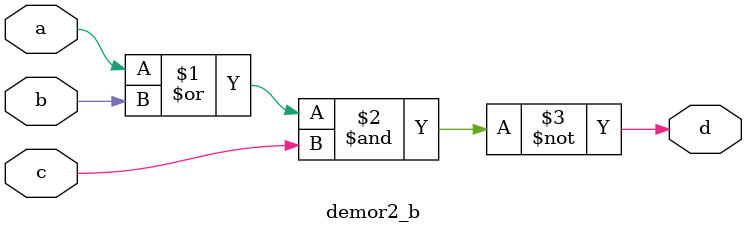
<source format=v>
`timescale 1ns / 1ps


module demor2_b(

input a,b,c,
output d
    );
    
    assign d = ~((a|b)&c);

    
endmodule

</source>
